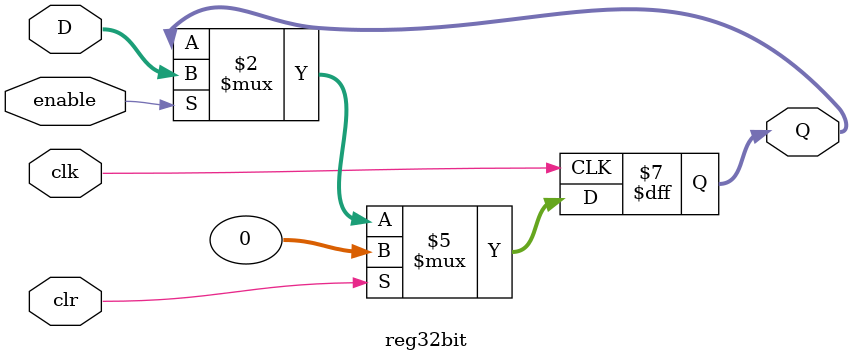
<source format=v>
module reg32bit(clr, clk, enable, D, Q);
	input wire clr, clk, enable;
	input wire [31:0]D;
	output reg [31:0]Q;

	
	always @(posedge clk) begin
		if (clr)
			Q <= 0;
		else if (enable)
			Q <= D;
	end
endmodule
	
	
</source>
